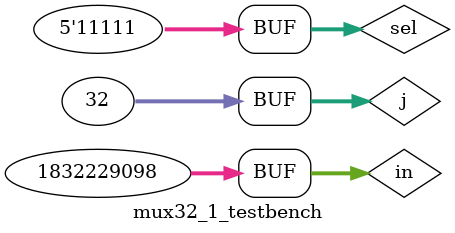
<source format=sv>

module mux32_1(
	output logic out,
	input logic [31:0] in,
	input logic [4:0] sel
);
	wire v0, v1, v2, v3;
	
	mux8_1 m0(.out(v0), .in(in[7:0]), .sel(sel[2:0]));
	mux8_1 m1(.out(v1), .in(in[15:8]), .sel(sel[2:0]));
	mux8_1 m2(.out(v2), .in(in[23:16]), .sel(sel[2:0]));
	mux8_1 m3(.out(v3), .in(in[31:24]), .sel(sel[2:0]));
	mux4_1 m4(.out(out), .i00(v0), .i01(v1), .i10(v2), .i11(v3), .sel0(sel[3]), .sel1(sel[4]));
endmodule

//`timescale 1ps/1ps
//module mux32_1 (in, sel, out);
//	input logic [31:0] in;
//	input logic [4:0] sel;
//	output logic out;
//	
//	wire [1:0] w;
//	mux16_1 m0 (.in(in[15:0]), .sel(sel[3:0]), .out(w[0]));
//	mux16_1 m1 (.in(in[31:16]), .sel(sel[3:0]), .out(w[1]));
//	mux2_1  m2 (.in(w[1:0]), .sel(sel[4]), .out(out));  
//endmodule 
 
module mux32_1_testbench();
	logic [31:0] in;
	logic	[4:0] sel;
	logic out;
	mux32_1 dut (.out, .in, .sel);
	
//	integer i;
//	initial begin
//		for(i=0; i<32; i++) begin // assign all 32 inputs (0-31)
//			assign in[i] = i;
//		end
//	end
 
	assign in = 32'b01101101001101011001100011101010;
	integer j;
	initial begin
		for(j=0; j<32; j++) begin // loop through all 32 possible patterns
			{sel[4], sel[3], sel[2], sel[1], sel[0]} = j; #1000;
		end
	end
endmodule
</source>
